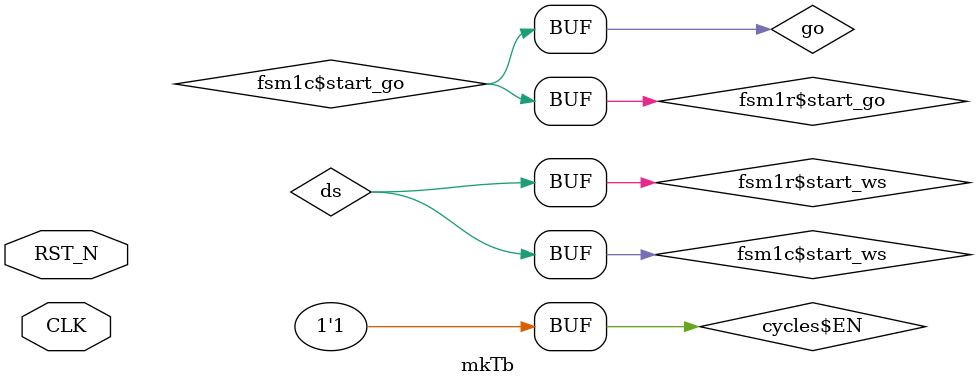
<source format=v>

`ifdef BSV_ASSIGNMENT_DELAY
`else
  `define BSV_ASSIGNMENT_DELAY
`endif

`ifdef BSV_POSITIVE_RESET
  `define BSV_RESET_VALUE 1'b1
  `define BSV_RESET_EDGE posedge
`else
  `define BSV_RESET_VALUE 1'b0
  `define BSV_RESET_EDGE negedge
`endif

module mkTb(CLK,
	    RST_N);
  input  CLK;
  input  RST_N;

  // register cycles
  reg [31 : 0] cycles;
  wire [31 : 0] cycles$D_IN;
  wire cycles$EN;

  // register ds
  reg ds;
  wire ds$D_IN, ds$EN;

  // register go
  reg go;
  wire go$D_IN, go$EN;

  // ports of submodule fsm1c
  wire fsm1c$ds, fsm1c$rd, fsm1c$start_go, fsm1c$start_ws;

  // ports of submodule fsm1r
  wire fsm1r$ds, fsm1r$rd, fsm1r$start_go, fsm1r$start_ws;

  // declarations used by system tasks
  // synopsys translate_off
  reg [63 : 0] v__h842;
  reg [63 : 0] v__h903;
  // synopsys translate_on

  // remaining internal signals
  wire NOT_fsm1r_ds__0_EQ_fsm1c_ds__1_2___d23,
       NOT_fsm1r_rd__5_EQ_fsm1c_rd__6_7___d18;

  // submodule fsm1c
  mkFsm1_comb fsm1c(.CLK(CLK),
		    .RST_N(RST_N),
		    .start_go(fsm1c$start_go),
		    .start_ws(fsm1c$start_ws),
		    .rd(fsm1c$rd),
		    .ds(fsm1c$ds));

  // submodule fsm1r
  mkFsm1 fsm1r(.CLK(CLK),
	       .RST_N(RST_N),
	       .start_go(fsm1r$start_go),
	       .start_ws(fsm1r$start_ws),
	       .rd(fsm1r$rd),
	       .ds(fsm1r$ds));

  // register cycles
  assign cycles$D_IN = cycles + 32'd1 ;
  assign cycles$EN = 1'd1 ;

  // register ds
  assign ds$D_IN = cycles == 32'd3 ;
  assign ds$EN =
	     cycles == 32'd0 || cycles == 32'd1 || cycles == 32'd2 ||
	     cycles == 32'd3 ||
	     cycles == 32'd4 ;

  // register go
  assign go$D_IN = cycles == 32'd1 ;
  assign go$EN =
	     cycles == 32'd0 || cycles == 32'd1 || cycles == 32'd2 ||
	     cycles == 32'd3 ||
	     cycles == 32'd4 ;

  // submodule fsm1c
  assign fsm1c$start_go = go ;
  assign fsm1c$start_ws = ds ;

  // submodule fsm1r
  assign fsm1r$start_go = go ;
  assign fsm1r$start_ws = ds ;

  // remaining internal signals
  assign NOT_fsm1r_ds__0_EQ_fsm1c_ds__1_2___d23 = fsm1r$ds != fsm1c$ds ;
  assign NOT_fsm1r_rd__5_EQ_fsm1c_rd__6_7___d18 = fsm1r$rd != fsm1c$rd ;

  // handling of inlined registers

  always@(posedge CLK)
  begin
    if (RST_N == `BSV_RESET_VALUE)
      begin
        cycles <= `BSV_ASSIGNMENT_DELAY 32'd0;
	ds <= `BSV_ASSIGNMENT_DELAY 1'd0;
	go <= `BSV_ASSIGNMENT_DELAY 1'd0;
      end
    else
      begin
        if (cycles$EN) cycles <= `BSV_ASSIGNMENT_DELAY cycles$D_IN;
	if (ds$EN) ds <= `BSV_ASSIGNMENT_DELAY ds$D_IN;
	if (go$EN) go <= `BSV_ASSIGNMENT_DELAY go$D_IN;
      end
  end

  // synopsys translate_off
  `ifdef BSV_NO_INITIAL_BLOCKS
  `else // not BSV_NO_INITIAL_BLOCKS
  initial
  begin
    cycles = 32'hAAAAAAAA;
    ds = 1'h0;
    go = 1'h0;
  end
  `endif // BSV_NO_INITIAL_BLOCKS
  // synopsys translate_on

  // handling of system tasks

  // synopsys translate_off
  always@(negedge CLK)
  begin
    #0;
    if (RST_N != `BSV_RESET_VALUE)
      if (NOT_fsm1r_rd__5_EQ_fsm1c_rd__6_7___d18)
	begin
	  v__h842 = $time;
	  #0;
	end
    if (RST_N != `BSV_RESET_VALUE)
      if (NOT_fsm1r_rd__5_EQ_fsm1c_rd__6_7___d18)
	$display("%t fsm1r.rd=%b fsm1c.rd=%b", v__h842, fsm1r$rd, fsm1c$rd);
    if (RST_N != `BSV_RESET_VALUE)
      if (NOT_fsm1r_ds__0_EQ_fsm1c_ds__1_2___d23)
	begin
	  v__h903 = $time;
	  #0;
	end
    if (RST_N != `BSV_RESET_VALUE)
      if (NOT_fsm1r_ds__0_EQ_fsm1c_ds__1_2___d23)
	$display("%t fsm1r.ds=%b fsm1c.ds=%b", v__h903, fsm1r$ds, fsm1c$ds);
    if (RST_N != `BSV_RESET_VALUE) if (cycles == 32'd8) $finish(32'd1);
  end
  // synopsys translate_on
endmodule  // mkTb


</source>
